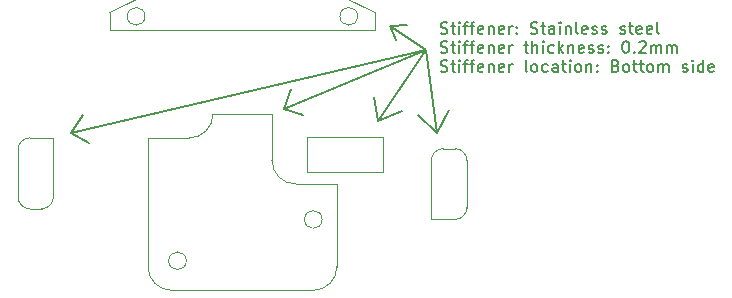
<source format=gbr>
%TF.GenerationSoftware,KiCad,Pcbnew,7.0.9*%
%TF.CreationDate,2024-01-10T12:44:25+00:00*%
%TF.ProjectId,watch_lower,77617463-685f-46c6-9f77-65722e6b6963,rev?*%
%TF.SameCoordinates,Original*%
%TF.FileFunction,Other,User*%
%FSLAX46Y46*%
G04 Gerber Fmt 4.6, Leading zero omitted, Abs format (unit mm)*
G04 Created by KiCad (PCBNEW 7.0.9) date 2024-01-10 12:44:25*
%MOMM*%
%LPD*%
G01*
G04 APERTURE LIST*
%ADD10C,0.150000*%
%ADD11C,0.100000*%
G04 APERTURE END LIST*
D10*
X121000000Y-58000000D02*
X118000000Y-56000000D01*
X117000000Y-64000000D02*
X119000000Y-63200000D01*
D11*
X101000000Y-65450000D02*
G75*
G03*
X103000000Y-63450000I0J2000000D01*
G01*
D10*
X91000000Y-65000000D02*
X92000000Y-63500000D01*
D11*
X124500000Y-67350000D02*
X124500000Y-71350000D01*
X99500000Y-78350000D02*
X111500000Y-78350000D01*
X123500000Y-72350000D02*
X121500000Y-72350000D01*
X87500000Y-65444000D02*
X89500000Y-65444000D01*
X101000000Y-65450000D02*
X97500000Y-65450000D01*
X112250000Y-72350000D02*
G75*
G03*
X112250000Y-72350000I-750000J0D01*
G01*
D10*
X121000000Y-58000000D02*
X117000000Y-64000000D01*
X109000000Y-63000000D02*
X110600000Y-63500000D01*
D11*
X103000000Y-63450000D02*
X108000000Y-63450000D01*
D10*
X109000000Y-63000000D02*
X109600000Y-61300000D01*
D11*
X116750000Y-54850000D02*
G75*
G03*
X94250000Y-54850000I-11250000J-19593750D01*
G01*
X97250000Y-55150000D02*
G75*
G03*
X97250000Y-55150000I-750000J0D01*
G01*
D10*
X122000000Y-65000000D02*
X120400000Y-63500000D01*
D11*
X108000000Y-63450000D02*
X108000000Y-67350000D01*
X113500000Y-76350000D02*
X113500000Y-69350000D01*
X87500000Y-71444000D02*
X88500000Y-71444000D01*
X86500000Y-70444000D02*
X86500000Y-66444000D01*
X89500000Y-65444000D02*
X89500000Y-70444000D01*
X100750000Y-75850000D02*
G75*
G03*
X100750000Y-75850000I-750000J0D01*
G01*
X123500000Y-66350000D02*
X122500000Y-66350000D01*
X116750000Y-56350000D02*
X116750000Y-54850000D01*
X115250000Y-55150000D02*
G75*
G03*
X115250000Y-55150000I-750000J0D01*
G01*
X122500000Y-66350000D02*
G75*
G03*
X121500000Y-67350000I0J-1000000D01*
G01*
X97500000Y-76350000D02*
G75*
G03*
X99500000Y-78350000I2000000J0D01*
G01*
D10*
X117000000Y-64000000D02*
X116600000Y-62000000D01*
X122000000Y-65000000D02*
X123000000Y-63100000D01*
D11*
X121500000Y-72350000D02*
X121500000Y-67350000D01*
X94250000Y-54850000D02*
X94250000Y-56350000D01*
X124500000Y-67350000D02*
G75*
G03*
X123500000Y-66350000I-1000000J0D01*
G01*
X87500000Y-65444000D02*
G75*
G03*
X86500000Y-66444000I0J-1000000D01*
G01*
X86500000Y-70444000D02*
G75*
G03*
X87500000Y-71444000I1000000J0D01*
G01*
D10*
X121000000Y-58000000D02*
X109000000Y-63000000D01*
D11*
X108000000Y-67350000D02*
G75*
G03*
X110000000Y-69350000I2000000J0D01*
G01*
D10*
X121000000Y-58000000D02*
X122000000Y-65000000D01*
X91000000Y-65000000D02*
X92500000Y-65900000D01*
D11*
X97500000Y-65450000D02*
X97500000Y-76350000D01*
D10*
X118000000Y-56000000D02*
X118500000Y-57200000D01*
D11*
X123500000Y-72350000D02*
G75*
G03*
X124500000Y-71350000I0J1000000D01*
G01*
X88500000Y-71444000D02*
G75*
G03*
X89500000Y-70444000I0J1000000D01*
G01*
X110970000Y-65350000D02*
X117370000Y-65350000D01*
X117370000Y-68350000D01*
X110970000Y-68350000D01*
X110970000Y-65350000D01*
X111500000Y-78350000D02*
G75*
G03*
X113500000Y-76350000I0J2000000D01*
G01*
D10*
X121000000Y-58000000D02*
X91000000Y-65000000D01*
X118000000Y-56000000D02*
X119400000Y-55900000D01*
D11*
X94250000Y-56350000D02*
X116750000Y-56350000D01*
X113500000Y-69350000D02*
X110000000Y-69350000D01*
D10*
X122289160Y-56602200D02*
X122432017Y-56649819D01*
X122432017Y-56649819D02*
X122670112Y-56649819D01*
X122670112Y-56649819D02*
X122765350Y-56602200D01*
X122765350Y-56602200D02*
X122812969Y-56554580D01*
X122812969Y-56554580D02*
X122860588Y-56459342D01*
X122860588Y-56459342D02*
X122860588Y-56364104D01*
X122860588Y-56364104D02*
X122812969Y-56268866D01*
X122812969Y-56268866D02*
X122765350Y-56221247D01*
X122765350Y-56221247D02*
X122670112Y-56173628D01*
X122670112Y-56173628D02*
X122479636Y-56126009D01*
X122479636Y-56126009D02*
X122384398Y-56078390D01*
X122384398Y-56078390D02*
X122336779Y-56030771D01*
X122336779Y-56030771D02*
X122289160Y-55935533D01*
X122289160Y-55935533D02*
X122289160Y-55840295D01*
X122289160Y-55840295D02*
X122336779Y-55745057D01*
X122336779Y-55745057D02*
X122384398Y-55697438D01*
X122384398Y-55697438D02*
X122479636Y-55649819D01*
X122479636Y-55649819D02*
X122717731Y-55649819D01*
X122717731Y-55649819D02*
X122860588Y-55697438D01*
X123146303Y-55983152D02*
X123527255Y-55983152D01*
X123289160Y-55649819D02*
X123289160Y-56506961D01*
X123289160Y-56506961D02*
X123336779Y-56602200D01*
X123336779Y-56602200D02*
X123432017Y-56649819D01*
X123432017Y-56649819D02*
X123527255Y-56649819D01*
X123860589Y-56649819D02*
X123860589Y-55983152D01*
X123860589Y-55649819D02*
X123812970Y-55697438D01*
X123812970Y-55697438D02*
X123860589Y-55745057D01*
X123860589Y-55745057D02*
X123908208Y-55697438D01*
X123908208Y-55697438D02*
X123860589Y-55649819D01*
X123860589Y-55649819D02*
X123860589Y-55745057D01*
X124193922Y-55983152D02*
X124574874Y-55983152D01*
X124336779Y-56649819D02*
X124336779Y-55792676D01*
X124336779Y-55792676D02*
X124384398Y-55697438D01*
X124384398Y-55697438D02*
X124479636Y-55649819D01*
X124479636Y-55649819D02*
X124574874Y-55649819D01*
X124765351Y-55983152D02*
X125146303Y-55983152D01*
X124908208Y-56649819D02*
X124908208Y-55792676D01*
X124908208Y-55792676D02*
X124955827Y-55697438D01*
X124955827Y-55697438D02*
X125051065Y-55649819D01*
X125051065Y-55649819D02*
X125146303Y-55649819D01*
X125860589Y-56602200D02*
X125765351Y-56649819D01*
X125765351Y-56649819D02*
X125574875Y-56649819D01*
X125574875Y-56649819D02*
X125479637Y-56602200D01*
X125479637Y-56602200D02*
X125432018Y-56506961D01*
X125432018Y-56506961D02*
X125432018Y-56126009D01*
X125432018Y-56126009D02*
X125479637Y-56030771D01*
X125479637Y-56030771D02*
X125574875Y-55983152D01*
X125574875Y-55983152D02*
X125765351Y-55983152D01*
X125765351Y-55983152D02*
X125860589Y-56030771D01*
X125860589Y-56030771D02*
X125908208Y-56126009D01*
X125908208Y-56126009D02*
X125908208Y-56221247D01*
X125908208Y-56221247D02*
X125432018Y-56316485D01*
X126336780Y-55983152D02*
X126336780Y-56649819D01*
X126336780Y-56078390D02*
X126384399Y-56030771D01*
X126384399Y-56030771D02*
X126479637Y-55983152D01*
X126479637Y-55983152D02*
X126622494Y-55983152D01*
X126622494Y-55983152D02*
X126717732Y-56030771D01*
X126717732Y-56030771D02*
X126765351Y-56126009D01*
X126765351Y-56126009D02*
X126765351Y-56649819D01*
X127622494Y-56602200D02*
X127527256Y-56649819D01*
X127527256Y-56649819D02*
X127336780Y-56649819D01*
X127336780Y-56649819D02*
X127241542Y-56602200D01*
X127241542Y-56602200D02*
X127193923Y-56506961D01*
X127193923Y-56506961D02*
X127193923Y-56126009D01*
X127193923Y-56126009D02*
X127241542Y-56030771D01*
X127241542Y-56030771D02*
X127336780Y-55983152D01*
X127336780Y-55983152D02*
X127527256Y-55983152D01*
X127527256Y-55983152D02*
X127622494Y-56030771D01*
X127622494Y-56030771D02*
X127670113Y-56126009D01*
X127670113Y-56126009D02*
X127670113Y-56221247D01*
X127670113Y-56221247D02*
X127193923Y-56316485D01*
X128098685Y-56649819D02*
X128098685Y-55983152D01*
X128098685Y-56173628D02*
X128146304Y-56078390D01*
X128146304Y-56078390D02*
X128193923Y-56030771D01*
X128193923Y-56030771D02*
X128289161Y-55983152D01*
X128289161Y-55983152D02*
X128384399Y-55983152D01*
X128717733Y-56554580D02*
X128765352Y-56602200D01*
X128765352Y-56602200D02*
X128717733Y-56649819D01*
X128717733Y-56649819D02*
X128670114Y-56602200D01*
X128670114Y-56602200D02*
X128717733Y-56554580D01*
X128717733Y-56554580D02*
X128717733Y-56649819D01*
X128717733Y-56030771D02*
X128765352Y-56078390D01*
X128765352Y-56078390D02*
X128717733Y-56126009D01*
X128717733Y-56126009D02*
X128670114Y-56078390D01*
X128670114Y-56078390D02*
X128717733Y-56030771D01*
X128717733Y-56030771D02*
X128717733Y-56126009D01*
X129908209Y-56602200D02*
X130051066Y-56649819D01*
X130051066Y-56649819D02*
X130289161Y-56649819D01*
X130289161Y-56649819D02*
X130384399Y-56602200D01*
X130384399Y-56602200D02*
X130432018Y-56554580D01*
X130432018Y-56554580D02*
X130479637Y-56459342D01*
X130479637Y-56459342D02*
X130479637Y-56364104D01*
X130479637Y-56364104D02*
X130432018Y-56268866D01*
X130432018Y-56268866D02*
X130384399Y-56221247D01*
X130384399Y-56221247D02*
X130289161Y-56173628D01*
X130289161Y-56173628D02*
X130098685Y-56126009D01*
X130098685Y-56126009D02*
X130003447Y-56078390D01*
X130003447Y-56078390D02*
X129955828Y-56030771D01*
X129955828Y-56030771D02*
X129908209Y-55935533D01*
X129908209Y-55935533D02*
X129908209Y-55840295D01*
X129908209Y-55840295D02*
X129955828Y-55745057D01*
X129955828Y-55745057D02*
X130003447Y-55697438D01*
X130003447Y-55697438D02*
X130098685Y-55649819D01*
X130098685Y-55649819D02*
X130336780Y-55649819D01*
X130336780Y-55649819D02*
X130479637Y-55697438D01*
X130765352Y-55983152D02*
X131146304Y-55983152D01*
X130908209Y-55649819D02*
X130908209Y-56506961D01*
X130908209Y-56506961D02*
X130955828Y-56602200D01*
X130955828Y-56602200D02*
X131051066Y-56649819D01*
X131051066Y-56649819D02*
X131146304Y-56649819D01*
X131908209Y-56649819D02*
X131908209Y-56126009D01*
X131908209Y-56126009D02*
X131860590Y-56030771D01*
X131860590Y-56030771D02*
X131765352Y-55983152D01*
X131765352Y-55983152D02*
X131574876Y-55983152D01*
X131574876Y-55983152D02*
X131479638Y-56030771D01*
X131908209Y-56602200D02*
X131812971Y-56649819D01*
X131812971Y-56649819D02*
X131574876Y-56649819D01*
X131574876Y-56649819D02*
X131479638Y-56602200D01*
X131479638Y-56602200D02*
X131432019Y-56506961D01*
X131432019Y-56506961D02*
X131432019Y-56411723D01*
X131432019Y-56411723D02*
X131479638Y-56316485D01*
X131479638Y-56316485D02*
X131574876Y-56268866D01*
X131574876Y-56268866D02*
X131812971Y-56268866D01*
X131812971Y-56268866D02*
X131908209Y-56221247D01*
X132384400Y-56649819D02*
X132384400Y-55983152D01*
X132384400Y-55649819D02*
X132336781Y-55697438D01*
X132336781Y-55697438D02*
X132384400Y-55745057D01*
X132384400Y-55745057D02*
X132432019Y-55697438D01*
X132432019Y-55697438D02*
X132384400Y-55649819D01*
X132384400Y-55649819D02*
X132384400Y-55745057D01*
X132860590Y-55983152D02*
X132860590Y-56649819D01*
X132860590Y-56078390D02*
X132908209Y-56030771D01*
X132908209Y-56030771D02*
X133003447Y-55983152D01*
X133003447Y-55983152D02*
X133146304Y-55983152D01*
X133146304Y-55983152D02*
X133241542Y-56030771D01*
X133241542Y-56030771D02*
X133289161Y-56126009D01*
X133289161Y-56126009D02*
X133289161Y-56649819D01*
X133908209Y-56649819D02*
X133812971Y-56602200D01*
X133812971Y-56602200D02*
X133765352Y-56506961D01*
X133765352Y-56506961D02*
X133765352Y-55649819D01*
X134670114Y-56602200D02*
X134574876Y-56649819D01*
X134574876Y-56649819D02*
X134384400Y-56649819D01*
X134384400Y-56649819D02*
X134289162Y-56602200D01*
X134289162Y-56602200D02*
X134241543Y-56506961D01*
X134241543Y-56506961D02*
X134241543Y-56126009D01*
X134241543Y-56126009D02*
X134289162Y-56030771D01*
X134289162Y-56030771D02*
X134384400Y-55983152D01*
X134384400Y-55983152D02*
X134574876Y-55983152D01*
X134574876Y-55983152D02*
X134670114Y-56030771D01*
X134670114Y-56030771D02*
X134717733Y-56126009D01*
X134717733Y-56126009D02*
X134717733Y-56221247D01*
X134717733Y-56221247D02*
X134241543Y-56316485D01*
X135098686Y-56602200D02*
X135193924Y-56649819D01*
X135193924Y-56649819D02*
X135384400Y-56649819D01*
X135384400Y-56649819D02*
X135479638Y-56602200D01*
X135479638Y-56602200D02*
X135527257Y-56506961D01*
X135527257Y-56506961D02*
X135527257Y-56459342D01*
X135527257Y-56459342D02*
X135479638Y-56364104D01*
X135479638Y-56364104D02*
X135384400Y-56316485D01*
X135384400Y-56316485D02*
X135241543Y-56316485D01*
X135241543Y-56316485D02*
X135146305Y-56268866D01*
X135146305Y-56268866D02*
X135098686Y-56173628D01*
X135098686Y-56173628D02*
X135098686Y-56126009D01*
X135098686Y-56126009D02*
X135146305Y-56030771D01*
X135146305Y-56030771D02*
X135241543Y-55983152D01*
X135241543Y-55983152D02*
X135384400Y-55983152D01*
X135384400Y-55983152D02*
X135479638Y-56030771D01*
X135908210Y-56602200D02*
X136003448Y-56649819D01*
X136003448Y-56649819D02*
X136193924Y-56649819D01*
X136193924Y-56649819D02*
X136289162Y-56602200D01*
X136289162Y-56602200D02*
X136336781Y-56506961D01*
X136336781Y-56506961D02*
X136336781Y-56459342D01*
X136336781Y-56459342D02*
X136289162Y-56364104D01*
X136289162Y-56364104D02*
X136193924Y-56316485D01*
X136193924Y-56316485D02*
X136051067Y-56316485D01*
X136051067Y-56316485D02*
X135955829Y-56268866D01*
X135955829Y-56268866D02*
X135908210Y-56173628D01*
X135908210Y-56173628D02*
X135908210Y-56126009D01*
X135908210Y-56126009D02*
X135955829Y-56030771D01*
X135955829Y-56030771D02*
X136051067Y-55983152D01*
X136051067Y-55983152D02*
X136193924Y-55983152D01*
X136193924Y-55983152D02*
X136289162Y-56030771D01*
X137479639Y-56602200D02*
X137574877Y-56649819D01*
X137574877Y-56649819D02*
X137765353Y-56649819D01*
X137765353Y-56649819D02*
X137860591Y-56602200D01*
X137860591Y-56602200D02*
X137908210Y-56506961D01*
X137908210Y-56506961D02*
X137908210Y-56459342D01*
X137908210Y-56459342D02*
X137860591Y-56364104D01*
X137860591Y-56364104D02*
X137765353Y-56316485D01*
X137765353Y-56316485D02*
X137622496Y-56316485D01*
X137622496Y-56316485D02*
X137527258Y-56268866D01*
X137527258Y-56268866D02*
X137479639Y-56173628D01*
X137479639Y-56173628D02*
X137479639Y-56126009D01*
X137479639Y-56126009D02*
X137527258Y-56030771D01*
X137527258Y-56030771D02*
X137622496Y-55983152D01*
X137622496Y-55983152D02*
X137765353Y-55983152D01*
X137765353Y-55983152D02*
X137860591Y-56030771D01*
X138193925Y-55983152D02*
X138574877Y-55983152D01*
X138336782Y-55649819D02*
X138336782Y-56506961D01*
X138336782Y-56506961D02*
X138384401Y-56602200D01*
X138384401Y-56602200D02*
X138479639Y-56649819D01*
X138479639Y-56649819D02*
X138574877Y-56649819D01*
X139289163Y-56602200D02*
X139193925Y-56649819D01*
X139193925Y-56649819D02*
X139003449Y-56649819D01*
X139003449Y-56649819D02*
X138908211Y-56602200D01*
X138908211Y-56602200D02*
X138860592Y-56506961D01*
X138860592Y-56506961D02*
X138860592Y-56126009D01*
X138860592Y-56126009D02*
X138908211Y-56030771D01*
X138908211Y-56030771D02*
X139003449Y-55983152D01*
X139003449Y-55983152D02*
X139193925Y-55983152D01*
X139193925Y-55983152D02*
X139289163Y-56030771D01*
X139289163Y-56030771D02*
X139336782Y-56126009D01*
X139336782Y-56126009D02*
X139336782Y-56221247D01*
X139336782Y-56221247D02*
X138860592Y-56316485D01*
X140146306Y-56602200D02*
X140051068Y-56649819D01*
X140051068Y-56649819D02*
X139860592Y-56649819D01*
X139860592Y-56649819D02*
X139765354Y-56602200D01*
X139765354Y-56602200D02*
X139717735Y-56506961D01*
X139717735Y-56506961D02*
X139717735Y-56126009D01*
X139717735Y-56126009D02*
X139765354Y-56030771D01*
X139765354Y-56030771D02*
X139860592Y-55983152D01*
X139860592Y-55983152D02*
X140051068Y-55983152D01*
X140051068Y-55983152D02*
X140146306Y-56030771D01*
X140146306Y-56030771D02*
X140193925Y-56126009D01*
X140193925Y-56126009D02*
X140193925Y-56221247D01*
X140193925Y-56221247D02*
X139717735Y-56316485D01*
X140765354Y-56649819D02*
X140670116Y-56602200D01*
X140670116Y-56602200D02*
X140622497Y-56506961D01*
X140622497Y-56506961D02*
X140622497Y-55649819D01*
X122289160Y-58212200D02*
X122432017Y-58259819D01*
X122432017Y-58259819D02*
X122670112Y-58259819D01*
X122670112Y-58259819D02*
X122765350Y-58212200D01*
X122765350Y-58212200D02*
X122812969Y-58164580D01*
X122812969Y-58164580D02*
X122860588Y-58069342D01*
X122860588Y-58069342D02*
X122860588Y-57974104D01*
X122860588Y-57974104D02*
X122812969Y-57878866D01*
X122812969Y-57878866D02*
X122765350Y-57831247D01*
X122765350Y-57831247D02*
X122670112Y-57783628D01*
X122670112Y-57783628D02*
X122479636Y-57736009D01*
X122479636Y-57736009D02*
X122384398Y-57688390D01*
X122384398Y-57688390D02*
X122336779Y-57640771D01*
X122336779Y-57640771D02*
X122289160Y-57545533D01*
X122289160Y-57545533D02*
X122289160Y-57450295D01*
X122289160Y-57450295D02*
X122336779Y-57355057D01*
X122336779Y-57355057D02*
X122384398Y-57307438D01*
X122384398Y-57307438D02*
X122479636Y-57259819D01*
X122479636Y-57259819D02*
X122717731Y-57259819D01*
X122717731Y-57259819D02*
X122860588Y-57307438D01*
X123146303Y-57593152D02*
X123527255Y-57593152D01*
X123289160Y-57259819D02*
X123289160Y-58116961D01*
X123289160Y-58116961D02*
X123336779Y-58212200D01*
X123336779Y-58212200D02*
X123432017Y-58259819D01*
X123432017Y-58259819D02*
X123527255Y-58259819D01*
X123860589Y-58259819D02*
X123860589Y-57593152D01*
X123860589Y-57259819D02*
X123812970Y-57307438D01*
X123812970Y-57307438D02*
X123860589Y-57355057D01*
X123860589Y-57355057D02*
X123908208Y-57307438D01*
X123908208Y-57307438D02*
X123860589Y-57259819D01*
X123860589Y-57259819D02*
X123860589Y-57355057D01*
X124193922Y-57593152D02*
X124574874Y-57593152D01*
X124336779Y-58259819D02*
X124336779Y-57402676D01*
X124336779Y-57402676D02*
X124384398Y-57307438D01*
X124384398Y-57307438D02*
X124479636Y-57259819D01*
X124479636Y-57259819D02*
X124574874Y-57259819D01*
X124765351Y-57593152D02*
X125146303Y-57593152D01*
X124908208Y-58259819D02*
X124908208Y-57402676D01*
X124908208Y-57402676D02*
X124955827Y-57307438D01*
X124955827Y-57307438D02*
X125051065Y-57259819D01*
X125051065Y-57259819D02*
X125146303Y-57259819D01*
X125860589Y-58212200D02*
X125765351Y-58259819D01*
X125765351Y-58259819D02*
X125574875Y-58259819D01*
X125574875Y-58259819D02*
X125479637Y-58212200D01*
X125479637Y-58212200D02*
X125432018Y-58116961D01*
X125432018Y-58116961D02*
X125432018Y-57736009D01*
X125432018Y-57736009D02*
X125479637Y-57640771D01*
X125479637Y-57640771D02*
X125574875Y-57593152D01*
X125574875Y-57593152D02*
X125765351Y-57593152D01*
X125765351Y-57593152D02*
X125860589Y-57640771D01*
X125860589Y-57640771D02*
X125908208Y-57736009D01*
X125908208Y-57736009D02*
X125908208Y-57831247D01*
X125908208Y-57831247D02*
X125432018Y-57926485D01*
X126336780Y-57593152D02*
X126336780Y-58259819D01*
X126336780Y-57688390D02*
X126384399Y-57640771D01*
X126384399Y-57640771D02*
X126479637Y-57593152D01*
X126479637Y-57593152D02*
X126622494Y-57593152D01*
X126622494Y-57593152D02*
X126717732Y-57640771D01*
X126717732Y-57640771D02*
X126765351Y-57736009D01*
X126765351Y-57736009D02*
X126765351Y-58259819D01*
X127622494Y-58212200D02*
X127527256Y-58259819D01*
X127527256Y-58259819D02*
X127336780Y-58259819D01*
X127336780Y-58259819D02*
X127241542Y-58212200D01*
X127241542Y-58212200D02*
X127193923Y-58116961D01*
X127193923Y-58116961D02*
X127193923Y-57736009D01*
X127193923Y-57736009D02*
X127241542Y-57640771D01*
X127241542Y-57640771D02*
X127336780Y-57593152D01*
X127336780Y-57593152D02*
X127527256Y-57593152D01*
X127527256Y-57593152D02*
X127622494Y-57640771D01*
X127622494Y-57640771D02*
X127670113Y-57736009D01*
X127670113Y-57736009D02*
X127670113Y-57831247D01*
X127670113Y-57831247D02*
X127193923Y-57926485D01*
X128098685Y-58259819D02*
X128098685Y-57593152D01*
X128098685Y-57783628D02*
X128146304Y-57688390D01*
X128146304Y-57688390D02*
X128193923Y-57640771D01*
X128193923Y-57640771D02*
X128289161Y-57593152D01*
X128289161Y-57593152D02*
X128384399Y-57593152D01*
X129336781Y-57593152D02*
X129717733Y-57593152D01*
X129479638Y-57259819D02*
X129479638Y-58116961D01*
X129479638Y-58116961D02*
X129527257Y-58212200D01*
X129527257Y-58212200D02*
X129622495Y-58259819D01*
X129622495Y-58259819D02*
X129717733Y-58259819D01*
X130051067Y-58259819D02*
X130051067Y-57259819D01*
X130479638Y-58259819D02*
X130479638Y-57736009D01*
X130479638Y-57736009D02*
X130432019Y-57640771D01*
X130432019Y-57640771D02*
X130336781Y-57593152D01*
X130336781Y-57593152D02*
X130193924Y-57593152D01*
X130193924Y-57593152D02*
X130098686Y-57640771D01*
X130098686Y-57640771D02*
X130051067Y-57688390D01*
X130955829Y-58259819D02*
X130955829Y-57593152D01*
X130955829Y-57259819D02*
X130908210Y-57307438D01*
X130908210Y-57307438D02*
X130955829Y-57355057D01*
X130955829Y-57355057D02*
X131003448Y-57307438D01*
X131003448Y-57307438D02*
X130955829Y-57259819D01*
X130955829Y-57259819D02*
X130955829Y-57355057D01*
X131860590Y-58212200D02*
X131765352Y-58259819D01*
X131765352Y-58259819D02*
X131574876Y-58259819D01*
X131574876Y-58259819D02*
X131479638Y-58212200D01*
X131479638Y-58212200D02*
X131432019Y-58164580D01*
X131432019Y-58164580D02*
X131384400Y-58069342D01*
X131384400Y-58069342D02*
X131384400Y-57783628D01*
X131384400Y-57783628D02*
X131432019Y-57688390D01*
X131432019Y-57688390D02*
X131479638Y-57640771D01*
X131479638Y-57640771D02*
X131574876Y-57593152D01*
X131574876Y-57593152D02*
X131765352Y-57593152D01*
X131765352Y-57593152D02*
X131860590Y-57640771D01*
X132289162Y-58259819D02*
X132289162Y-57259819D01*
X132384400Y-57878866D02*
X132670114Y-58259819D01*
X132670114Y-57593152D02*
X132289162Y-57974104D01*
X133098686Y-57593152D02*
X133098686Y-58259819D01*
X133098686Y-57688390D02*
X133146305Y-57640771D01*
X133146305Y-57640771D02*
X133241543Y-57593152D01*
X133241543Y-57593152D02*
X133384400Y-57593152D01*
X133384400Y-57593152D02*
X133479638Y-57640771D01*
X133479638Y-57640771D02*
X133527257Y-57736009D01*
X133527257Y-57736009D02*
X133527257Y-58259819D01*
X134384400Y-58212200D02*
X134289162Y-58259819D01*
X134289162Y-58259819D02*
X134098686Y-58259819D01*
X134098686Y-58259819D02*
X134003448Y-58212200D01*
X134003448Y-58212200D02*
X133955829Y-58116961D01*
X133955829Y-58116961D02*
X133955829Y-57736009D01*
X133955829Y-57736009D02*
X134003448Y-57640771D01*
X134003448Y-57640771D02*
X134098686Y-57593152D01*
X134098686Y-57593152D02*
X134289162Y-57593152D01*
X134289162Y-57593152D02*
X134384400Y-57640771D01*
X134384400Y-57640771D02*
X134432019Y-57736009D01*
X134432019Y-57736009D02*
X134432019Y-57831247D01*
X134432019Y-57831247D02*
X133955829Y-57926485D01*
X134812972Y-58212200D02*
X134908210Y-58259819D01*
X134908210Y-58259819D02*
X135098686Y-58259819D01*
X135098686Y-58259819D02*
X135193924Y-58212200D01*
X135193924Y-58212200D02*
X135241543Y-58116961D01*
X135241543Y-58116961D02*
X135241543Y-58069342D01*
X135241543Y-58069342D02*
X135193924Y-57974104D01*
X135193924Y-57974104D02*
X135098686Y-57926485D01*
X135098686Y-57926485D02*
X134955829Y-57926485D01*
X134955829Y-57926485D02*
X134860591Y-57878866D01*
X134860591Y-57878866D02*
X134812972Y-57783628D01*
X134812972Y-57783628D02*
X134812972Y-57736009D01*
X134812972Y-57736009D02*
X134860591Y-57640771D01*
X134860591Y-57640771D02*
X134955829Y-57593152D01*
X134955829Y-57593152D02*
X135098686Y-57593152D01*
X135098686Y-57593152D02*
X135193924Y-57640771D01*
X135622496Y-58212200D02*
X135717734Y-58259819D01*
X135717734Y-58259819D02*
X135908210Y-58259819D01*
X135908210Y-58259819D02*
X136003448Y-58212200D01*
X136003448Y-58212200D02*
X136051067Y-58116961D01*
X136051067Y-58116961D02*
X136051067Y-58069342D01*
X136051067Y-58069342D02*
X136003448Y-57974104D01*
X136003448Y-57974104D02*
X135908210Y-57926485D01*
X135908210Y-57926485D02*
X135765353Y-57926485D01*
X135765353Y-57926485D02*
X135670115Y-57878866D01*
X135670115Y-57878866D02*
X135622496Y-57783628D01*
X135622496Y-57783628D02*
X135622496Y-57736009D01*
X135622496Y-57736009D02*
X135670115Y-57640771D01*
X135670115Y-57640771D02*
X135765353Y-57593152D01*
X135765353Y-57593152D02*
X135908210Y-57593152D01*
X135908210Y-57593152D02*
X136003448Y-57640771D01*
X136479639Y-58164580D02*
X136527258Y-58212200D01*
X136527258Y-58212200D02*
X136479639Y-58259819D01*
X136479639Y-58259819D02*
X136432020Y-58212200D01*
X136432020Y-58212200D02*
X136479639Y-58164580D01*
X136479639Y-58164580D02*
X136479639Y-58259819D01*
X136479639Y-57640771D02*
X136527258Y-57688390D01*
X136527258Y-57688390D02*
X136479639Y-57736009D01*
X136479639Y-57736009D02*
X136432020Y-57688390D01*
X136432020Y-57688390D02*
X136479639Y-57640771D01*
X136479639Y-57640771D02*
X136479639Y-57736009D01*
X137908210Y-57259819D02*
X138003448Y-57259819D01*
X138003448Y-57259819D02*
X138098686Y-57307438D01*
X138098686Y-57307438D02*
X138146305Y-57355057D01*
X138146305Y-57355057D02*
X138193924Y-57450295D01*
X138193924Y-57450295D02*
X138241543Y-57640771D01*
X138241543Y-57640771D02*
X138241543Y-57878866D01*
X138241543Y-57878866D02*
X138193924Y-58069342D01*
X138193924Y-58069342D02*
X138146305Y-58164580D01*
X138146305Y-58164580D02*
X138098686Y-58212200D01*
X138098686Y-58212200D02*
X138003448Y-58259819D01*
X138003448Y-58259819D02*
X137908210Y-58259819D01*
X137908210Y-58259819D02*
X137812972Y-58212200D01*
X137812972Y-58212200D02*
X137765353Y-58164580D01*
X137765353Y-58164580D02*
X137717734Y-58069342D01*
X137717734Y-58069342D02*
X137670115Y-57878866D01*
X137670115Y-57878866D02*
X137670115Y-57640771D01*
X137670115Y-57640771D02*
X137717734Y-57450295D01*
X137717734Y-57450295D02*
X137765353Y-57355057D01*
X137765353Y-57355057D02*
X137812972Y-57307438D01*
X137812972Y-57307438D02*
X137908210Y-57259819D01*
X138670115Y-58164580D02*
X138717734Y-58212200D01*
X138717734Y-58212200D02*
X138670115Y-58259819D01*
X138670115Y-58259819D02*
X138622496Y-58212200D01*
X138622496Y-58212200D02*
X138670115Y-58164580D01*
X138670115Y-58164580D02*
X138670115Y-58259819D01*
X139098686Y-57355057D02*
X139146305Y-57307438D01*
X139146305Y-57307438D02*
X139241543Y-57259819D01*
X139241543Y-57259819D02*
X139479638Y-57259819D01*
X139479638Y-57259819D02*
X139574876Y-57307438D01*
X139574876Y-57307438D02*
X139622495Y-57355057D01*
X139622495Y-57355057D02*
X139670114Y-57450295D01*
X139670114Y-57450295D02*
X139670114Y-57545533D01*
X139670114Y-57545533D02*
X139622495Y-57688390D01*
X139622495Y-57688390D02*
X139051067Y-58259819D01*
X139051067Y-58259819D02*
X139670114Y-58259819D01*
X140098686Y-58259819D02*
X140098686Y-57593152D01*
X140098686Y-57688390D02*
X140146305Y-57640771D01*
X140146305Y-57640771D02*
X140241543Y-57593152D01*
X140241543Y-57593152D02*
X140384400Y-57593152D01*
X140384400Y-57593152D02*
X140479638Y-57640771D01*
X140479638Y-57640771D02*
X140527257Y-57736009D01*
X140527257Y-57736009D02*
X140527257Y-58259819D01*
X140527257Y-57736009D02*
X140574876Y-57640771D01*
X140574876Y-57640771D02*
X140670114Y-57593152D01*
X140670114Y-57593152D02*
X140812971Y-57593152D01*
X140812971Y-57593152D02*
X140908210Y-57640771D01*
X140908210Y-57640771D02*
X140955829Y-57736009D01*
X140955829Y-57736009D02*
X140955829Y-58259819D01*
X141432019Y-58259819D02*
X141432019Y-57593152D01*
X141432019Y-57688390D02*
X141479638Y-57640771D01*
X141479638Y-57640771D02*
X141574876Y-57593152D01*
X141574876Y-57593152D02*
X141717733Y-57593152D01*
X141717733Y-57593152D02*
X141812971Y-57640771D01*
X141812971Y-57640771D02*
X141860590Y-57736009D01*
X141860590Y-57736009D02*
X141860590Y-58259819D01*
X141860590Y-57736009D02*
X141908209Y-57640771D01*
X141908209Y-57640771D02*
X142003447Y-57593152D01*
X142003447Y-57593152D02*
X142146304Y-57593152D01*
X142146304Y-57593152D02*
X142241543Y-57640771D01*
X142241543Y-57640771D02*
X142289162Y-57736009D01*
X142289162Y-57736009D02*
X142289162Y-58259819D01*
X122289160Y-59822200D02*
X122432017Y-59869819D01*
X122432017Y-59869819D02*
X122670112Y-59869819D01*
X122670112Y-59869819D02*
X122765350Y-59822200D01*
X122765350Y-59822200D02*
X122812969Y-59774580D01*
X122812969Y-59774580D02*
X122860588Y-59679342D01*
X122860588Y-59679342D02*
X122860588Y-59584104D01*
X122860588Y-59584104D02*
X122812969Y-59488866D01*
X122812969Y-59488866D02*
X122765350Y-59441247D01*
X122765350Y-59441247D02*
X122670112Y-59393628D01*
X122670112Y-59393628D02*
X122479636Y-59346009D01*
X122479636Y-59346009D02*
X122384398Y-59298390D01*
X122384398Y-59298390D02*
X122336779Y-59250771D01*
X122336779Y-59250771D02*
X122289160Y-59155533D01*
X122289160Y-59155533D02*
X122289160Y-59060295D01*
X122289160Y-59060295D02*
X122336779Y-58965057D01*
X122336779Y-58965057D02*
X122384398Y-58917438D01*
X122384398Y-58917438D02*
X122479636Y-58869819D01*
X122479636Y-58869819D02*
X122717731Y-58869819D01*
X122717731Y-58869819D02*
X122860588Y-58917438D01*
X123146303Y-59203152D02*
X123527255Y-59203152D01*
X123289160Y-58869819D02*
X123289160Y-59726961D01*
X123289160Y-59726961D02*
X123336779Y-59822200D01*
X123336779Y-59822200D02*
X123432017Y-59869819D01*
X123432017Y-59869819D02*
X123527255Y-59869819D01*
X123860589Y-59869819D02*
X123860589Y-59203152D01*
X123860589Y-58869819D02*
X123812970Y-58917438D01*
X123812970Y-58917438D02*
X123860589Y-58965057D01*
X123860589Y-58965057D02*
X123908208Y-58917438D01*
X123908208Y-58917438D02*
X123860589Y-58869819D01*
X123860589Y-58869819D02*
X123860589Y-58965057D01*
X124193922Y-59203152D02*
X124574874Y-59203152D01*
X124336779Y-59869819D02*
X124336779Y-59012676D01*
X124336779Y-59012676D02*
X124384398Y-58917438D01*
X124384398Y-58917438D02*
X124479636Y-58869819D01*
X124479636Y-58869819D02*
X124574874Y-58869819D01*
X124765351Y-59203152D02*
X125146303Y-59203152D01*
X124908208Y-59869819D02*
X124908208Y-59012676D01*
X124908208Y-59012676D02*
X124955827Y-58917438D01*
X124955827Y-58917438D02*
X125051065Y-58869819D01*
X125051065Y-58869819D02*
X125146303Y-58869819D01*
X125860589Y-59822200D02*
X125765351Y-59869819D01*
X125765351Y-59869819D02*
X125574875Y-59869819D01*
X125574875Y-59869819D02*
X125479637Y-59822200D01*
X125479637Y-59822200D02*
X125432018Y-59726961D01*
X125432018Y-59726961D02*
X125432018Y-59346009D01*
X125432018Y-59346009D02*
X125479637Y-59250771D01*
X125479637Y-59250771D02*
X125574875Y-59203152D01*
X125574875Y-59203152D02*
X125765351Y-59203152D01*
X125765351Y-59203152D02*
X125860589Y-59250771D01*
X125860589Y-59250771D02*
X125908208Y-59346009D01*
X125908208Y-59346009D02*
X125908208Y-59441247D01*
X125908208Y-59441247D02*
X125432018Y-59536485D01*
X126336780Y-59203152D02*
X126336780Y-59869819D01*
X126336780Y-59298390D02*
X126384399Y-59250771D01*
X126384399Y-59250771D02*
X126479637Y-59203152D01*
X126479637Y-59203152D02*
X126622494Y-59203152D01*
X126622494Y-59203152D02*
X126717732Y-59250771D01*
X126717732Y-59250771D02*
X126765351Y-59346009D01*
X126765351Y-59346009D02*
X126765351Y-59869819D01*
X127622494Y-59822200D02*
X127527256Y-59869819D01*
X127527256Y-59869819D02*
X127336780Y-59869819D01*
X127336780Y-59869819D02*
X127241542Y-59822200D01*
X127241542Y-59822200D02*
X127193923Y-59726961D01*
X127193923Y-59726961D02*
X127193923Y-59346009D01*
X127193923Y-59346009D02*
X127241542Y-59250771D01*
X127241542Y-59250771D02*
X127336780Y-59203152D01*
X127336780Y-59203152D02*
X127527256Y-59203152D01*
X127527256Y-59203152D02*
X127622494Y-59250771D01*
X127622494Y-59250771D02*
X127670113Y-59346009D01*
X127670113Y-59346009D02*
X127670113Y-59441247D01*
X127670113Y-59441247D02*
X127193923Y-59536485D01*
X128098685Y-59869819D02*
X128098685Y-59203152D01*
X128098685Y-59393628D02*
X128146304Y-59298390D01*
X128146304Y-59298390D02*
X128193923Y-59250771D01*
X128193923Y-59250771D02*
X128289161Y-59203152D01*
X128289161Y-59203152D02*
X128384399Y-59203152D01*
X129622495Y-59869819D02*
X129527257Y-59822200D01*
X129527257Y-59822200D02*
X129479638Y-59726961D01*
X129479638Y-59726961D02*
X129479638Y-58869819D01*
X130146305Y-59869819D02*
X130051067Y-59822200D01*
X130051067Y-59822200D02*
X130003448Y-59774580D01*
X130003448Y-59774580D02*
X129955829Y-59679342D01*
X129955829Y-59679342D02*
X129955829Y-59393628D01*
X129955829Y-59393628D02*
X130003448Y-59298390D01*
X130003448Y-59298390D02*
X130051067Y-59250771D01*
X130051067Y-59250771D02*
X130146305Y-59203152D01*
X130146305Y-59203152D02*
X130289162Y-59203152D01*
X130289162Y-59203152D02*
X130384400Y-59250771D01*
X130384400Y-59250771D02*
X130432019Y-59298390D01*
X130432019Y-59298390D02*
X130479638Y-59393628D01*
X130479638Y-59393628D02*
X130479638Y-59679342D01*
X130479638Y-59679342D02*
X130432019Y-59774580D01*
X130432019Y-59774580D02*
X130384400Y-59822200D01*
X130384400Y-59822200D02*
X130289162Y-59869819D01*
X130289162Y-59869819D02*
X130146305Y-59869819D01*
X131336781Y-59822200D02*
X131241543Y-59869819D01*
X131241543Y-59869819D02*
X131051067Y-59869819D01*
X131051067Y-59869819D02*
X130955829Y-59822200D01*
X130955829Y-59822200D02*
X130908210Y-59774580D01*
X130908210Y-59774580D02*
X130860591Y-59679342D01*
X130860591Y-59679342D02*
X130860591Y-59393628D01*
X130860591Y-59393628D02*
X130908210Y-59298390D01*
X130908210Y-59298390D02*
X130955829Y-59250771D01*
X130955829Y-59250771D02*
X131051067Y-59203152D01*
X131051067Y-59203152D02*
X131241543Y-59203152D01*
X131241543Y-59203152D02*
X131336781Y-59250771D01*
X132193924Y-59869819D02*
X132193924Y-59346009D01*
X132193924Y-59346009D02*
X132146305Y-59250771D01*
X132146305Y-59250771D02*
X132051067Y-59203152D01*
X132051067Y-59203152D02*
X131860591Y-59203152D01*
X131860591Y-59203152D02*
X131765353Y-59250771D01*
X132193924Y-59822200D02*
X132098686Y-59869819D01*
X132098686Y-59869819D02*
X131860591Y-59869819D01*
X131860591Y-59869819D02*
X131765353Y-59822200D01*
X131765353Y-59822200D02*
X131717734Y-59726961D01*
X131717734Y-59726961D02*
X131717734Y-59631723D01*
X131717734Y-59631723D02*
X131765353Y-59536485D01*
X131765353Y-59536485D02*
X131860591Y-59488866D01*
X131860591Y-59488866D02*
X132098686Y-59488866D01*
X132098686Y-59488866D02*
X132193924Y-59441247D01*
X132527258Y-59203152D02*
X132908210Y-59203152D01*
X132670115Y-58869819D02*
X132670115Y-59726961D01*
X132670115Y-59726961D02*
X132717734Y-59822200D01*
X132717734Y-59822200D02*
X132812972Y-59869819D01*
X132812972Y-59869819D02*
X132908210Y-59869819D01*
X133241544Y-59869819D02*
X133241544Y-59203152D01*
X133241544Y-58869819D02*
X133193925Y-58917438D01*
X133193925Y-58917438D02*
X133241544Y-58965057D01*
X133241544Y-58965057D02*
X133289163Y-58917438D01*
X133289163Y-58917438D02*
X133241544Y-58869819D01*
X133241544Y-58869819D02*
X133241544Y-58965057D01*
X133860591Y-59869819D02*
X133765353Y-59822200D01*
X133765353Y-59822200D02*
X133717734Y-59774580D01*
X133717734Y-59774580D02*
X133670115Y-59679342D01*
X133670115Y-59679342D02*
X133670115Y-59393628D01*
X133670115Y-59393628D02*
X133717734Y-59298390D01*
X133717734Y-59298390D02*
X133765353Y-59250771D01*
X133765353Y-59250771D02*
X133860591Y-59203152D01*
X133860591Y-59203152D02*
X134003448Y-59203152D01*
X134003448Y-59203152D02*
X134098686Y-59250771D01*
X134098686Y-59250771D02*
X134146305Y-59298390D01*
X134146305Y-59298390D02*
X134193924Y-59393628D01*
X134193924Y-59393628D02*
X134193924Y-59679342D01*
X134193924Y-59679342D02*
X134146305Y-59774580D01*
X134146305Y-59774580D02*
X134098686Y-59822200D01*
X134098686Y-59822200D02*
X134003448Y-59869819D01*
X134003448Y-59869819D02*
X133860591Y-59869819D01*
X134622496Y-59203152D02*
X134622496Y-59869819D01*
X134622496Y-59298390D02*
X134670115Y-59250771D01*
X134670115Y-59250771D02*
X134765353Y-59203152D01*
X134765353Y-59203152D02*
X134908210Y-59203152D01*
X134908210Y-59203152D02*
X135003448Y-59250771D01*
X135003448Y-59250771D02*
X135051067Y-59346009D01*
X135051067Y-59346009D02*
X135051067Y-59869819D01*
X135527258Y-59774580D02*
X135574877Y-59822200D01*
X135574877Y-59822200D02*
X135527258Y-59869819D01*
X135527258Y-59869819D02*
X135479639Y-59822200D01*
X135479639Y-59822200D02*
X135527258Y-59774580D01*
X135527258Y-59774580D02*
X135527258Y-59869819D01*
X135527258Y-59250771D02*
X135574877Y-59298390D01*
X135574877Y-59298390D02*
X135527258Y-59346009D01*
X135527258Y-59346009D02*
X135479639Y-59298390D01*
X135479639Y-59298390D02*
X135527258Y-59250771D01*
X135527258Y-59250771D02*
X135527258Y-59346009D01*
X137098686Y-59346009D02*
X137241543Y-59393628D01*
X137241543Y-59393628D02*
X137289162Y-59441247D01*
X137289162Y-59441247D02*
X137336781Y-59536485D01*
X137336781Y-59536485D02*
X137336781Y-59679342D01*
X137336781Y-59679342D02*
X137289162Y-59774580D01*
X137289162Y-59774580D02*
X137241543Y-59822200D01*
X137241543Y-59822200D02*
X137146305Y-59869819D01*
X137146305Y-59869819D02*
X136765353Y-59869819D01*
X136765353Y-59869819D02*
X136765353Y-58869819D01*
X136765353Y-58869819D02*
X137098686Y-58869819D01*
X137098686Y-58869819D02*
X137193924Y-58917438D01*
X137193924Y-58917438D02*
X137241543Y-58965057D01*
X137241543Y-58965057D02*
X137289162Y-59060295D01*
X137289162Y-59060295D02*
X137289162Y-59155533D01*
X137289162Y-59155533D02*
X137241543Y-59250771D01*
X137241543Y-59250771D02*
X137193924Y-59298390D01*
X137193924Y-59298390D02*
X137098686Y-59346009D01*
X137098686Y-59346009D02*
X136765353Y-59346009D01*
X137908210Y-59869819D02*
X137812972Y-59822200D01*
X137812972Y-59822200D02*
X137765353Y-59774580D01*
X137765353Y-59774580D02*
X137717734Y-59679342D01*
X137717734Y-59679342D02*
X137717734Y-59393628D01*
X137717734Y-59393628D02*
X137765353Y-59298390D01*
X137765353Y-59298390D02*
X137812972Y-59250771D01*
X137812972Y-59250771D02*
X137908210Y-59203152D01*
X137908210Y-59203152D02*
X138051067Y-59203152D01*
X138051067Y-59203152D02*
X138146305Y-59250771D01*
X138146305Y-59250771D02*
X138193924Y-59298390D01*
X138193924Y-59298390D02*
X138241543Y-59393628D01*
X138241543Y-59393628D02*
X138241543Y-59679342D01*
X138241543Y-59679342D02*
X138193924Y-59774580D01*
X138193924Y-59774580D02*
X138146305Y-59822200D01*
X138146305Y-59822200D02*
X138051067Y-59869819D01*
X138051067Y-59869819D02*
X137908210Y-59869819D01*
X138527258Y-59203152D02*
X138908210Y-59203152D01*
X138670115Y-58869819D02*
X138670115Y-59726961D01*
X138670115Y-59726961D02*
X138717734Y-59822200D01*
X138717734Y-59822200D02*
X138812972Y-59869819D01*
X138812972Y-59869819D02*
X138908210Y-59869819D01*
X139098687Y-59203152D02*
X139479639Y-59203152D01*
X139241544Y-58869819D02*
X139241544Y-59726961D01*
X139241544Y-59726961D02*
X139289163Y-59822200D01*
X139289163Y-59822200D02*
X139384401Y-59869819D01*
X139384401Y-59869819D02*
X139479639Y-59869819D01*
X139955830Y-59869819D02*
X139860592Y-59822200D01*
X139860592Y-59822200D02*
X139812973Y-59774580D01*
X139812973Y-59774580D02*
X139765354Y-59679342D01*
X139765354Y-59679342D02*
X139765354Y-59393628D01*
X139765354Y-59393628D02*
X139812973Y-59298390D01*
X139812973Y-59298390D02*
X139860592Y-59250771D01*
X139860592Y-59250771D02*
X139955830Y-59203152D01*
X139955830Y-59203152D02*
X140098687Y-59203152D01*
X140098687Y-59203152D02*
X140193925Y-59250771D01*
X140193925Y-59250771D02*
X140241544Y-59298390D01*
X140241544Y-59298390D02*
X140289163Y-59393628D01*
X140289163Y-59393628D02*
X140289163Y-59679342D01*
X140289163Y-59679342D02*
X140241544Y-59774580D01*
X140241544Y-59774580D02*
X140193925Y-59822200D01*
X140193925Y-59822200D02*
X140098687Y-59869819D01*
X140098687Y-59869819D02*
X139955830Y-59869819D01*
X140717735Y-59869819D02*
X140717735Y-59203152D01*
X140717735Y-59298390D02*
X140765354Y-59250771D01*
X140765354Y-59250771D02*
X140860592Y-59203152D01*
X140860592Y-59203152D02*
X141003449Y-59203152D01*
X141003449Y-59203152D02*
X141098687Y-59250771D01*
X141098687Y-59250771D02*
X141146306Y-59346009D01*
X141146306Y-59346009D02*
X141146306Y-59869819D01*
X141146306Y-59346009D02*
X141193925Y-59250771D01*
X141193925Y-59250771D02*
X141289163Y-59203152D01*
X141289163Y-59203152D02*
X141432020Y-59203152D01*
X141432020Y-59203152D02*
X141527259Y-59250771D01*
X141527259Y-59250771D02*
X141574878Y-59346009D01*
X141574878Y-59346009D02*
X141574878Y-59869819D01*
X142765354Y-59822200D02*
X142860592Y-59869819D01*
X142860592Y-59869819D02*
X143051068Y-59869819D01*
X143051068Y-59869819D02*
X143146306Y-59822200D01*
X143146306Y-59822200D02*
X143193925Y-59726961D01*
X143193925Y-59726961D02*
X143193925Y-59679342D01*
X143193925Y-59679342D02*
X143146306Y-59584104D01*
X143146306Y-59584104D02*
X143051068Y-59536485D01*
X143051068Y-59536485D02*
X142908211Y-59536485D01*
X142908211Y-59536485D02*
X142812973Y-59488866D01*
X142812973Y-59488866D02*
X142765354Y-59393628D01*
X142765354Y-59393628D02*
X142765354Y-59346009D01*
X142765354Y-59346009D02*
X142812973Y-59250771D01*
X142812973Y-59250771D02*
X142908211Y-59203152D01*
X142908211Y-59203152D02*
X143051068Y-59203152D01*
X143051068Y-59203152D02*
X143146306Y-59250771D01*
X143622497Y-59869819D02*
X143622497Y-59203152D01*
X143622497Y-58869819D02*
X143574878Y-58917438D01*
X143574878Y-58917438D02*
X143622497Y-58965057D01*
X143622497Y-58965057D02*
X143670116Y-58917438D01*
X143670116Y-58917438D02*
X143622497Y-58869819D01*
X143622497Y-58869819D02*
X143622497Y-58965057D01*
X144527258Y-59869819D02*
X144527258Y-58869819D01*
X144527258Y-59822200D02*
X144432020Y-59869819D01*
X144432020Y-59869819D02*
X144241544Y-59869819D01*
X144241544Y-59869819D02*
X144146306Y-59822200D01*
X144146306Y-59822200D02*
X144098687Y-59774580D01*
X144098687Y-59774580D02*
X144051068Y-59679342D01*
X144051068Y-59679342D02*
X144051068Y-59393628D01*
X144051068Y-59393628D02*
X144098687Y-59298390D01*
X144098687Y-59298390D02*
X144146306Y-59250771D01*
X144146306Y-59250771D02*
X144241544Y-59203152D01*
X144241544Y-59203152D02*
X144432020Y-59203152D01*
X144432020Y-59203152D02*
X144527258Y-59250771D01*
X145384401Y-59822200D02*
X145289163Y-59869819D01*
X145289163Y-59869819D02*
X145098687Y-59869819D01*
X145098687Y-59869819D02*
X145003449Y-59822200D01*
X145003449Y-59822200D02*
X144955830Y-59726961D01*
X144955830Y-59726961D02*
X144955830Y-59346009D01*
X144955830Y-59346009D02*
X145003449Y-59250771D01*
X145003449Y-59250771D02*
X145098687Y-59203152D01*
X145098687Y-59203152D02*
X145289163Y-59203152D01*
X145289163Y-59203152D02*
X145384401Y-59250771D01*
X145384401Y-59250771D02*
X145432020Y-59346009D01*
X145432020Y-59346009D02*
X145432020Y-59441247D01*
X145432020Y-59441247D02*
X144955830Y-59536485D01*
M02*

</source>
